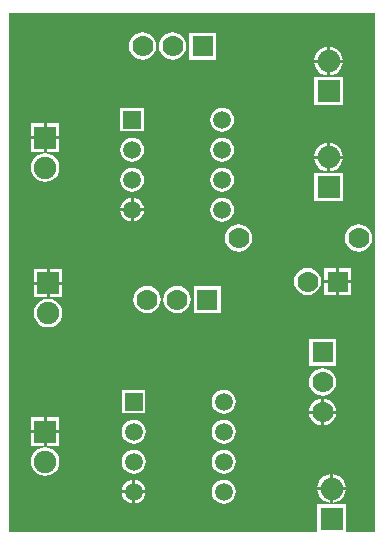
<source format=gtl>
G04 Layer_Physical_Order=1*
G04 Layer_Color=255*
%FSLAX24Y24*%
%MOIN*%
G70*
G01*
G75*
%ADD10C,0.0600*%
%ADD11C,0.0700*%
%ADD12R,0.0700X0.0700*%
%ADD13C,0.0750*%
%ADD14R,0.0750X0.0750*%
%ADD15C,0.0591*%
%ADD16R,0.0591X0.0591*%
%ADD17R,0.0700X0.0700*%
G36*
X43798Y22202D02*
X42825D01*
Y23125D01*
X42384D01*
X42384Y23127D01*
X42316D01*
X42316Y23125D01*
X41875D01*
Y22202D01*
X31602D01*
Y39498D01*
X43798D01*
Y22202D01*
D02*
G37*
%LPC*%
G36*
X42000Y26647D02*
X41933Y26638D01*
X41823Y26593D01*
X41729Y26521D01*
X41657Y26427D01*
X41612Y26317D01*
X41603Y26250D01*
X42000D01*
Y26647D01*
D02*
G37*
G36*
X36145Y26945D02*
X35355D01*
Y26155D01*
X36145D01*
Y26945D01*
D02*
G37*
G36*
X42050Y27654D02*
X41933Y27638D01*
X41823Y27593D01*
X41729Y27521D01*
X41657Y27427D01*
X41612Y27317D01*
X41596Y27200D01*
X41612Y27083D01*
X41657Y26973D01*
X41729Y26879D01*
X41823Y26807D01*
X41933Y26762D01*
X42050Y26746D01*
X42167Y26762D01*
X42277Y26807D01*
X42371Y26879D01*
X42443Y26973D01*
X42488Y27083D01*
X42504Y27200D01*
X42488Y27317D01*
X42443Y27427D01*
X42371Y27521D01*
X42277Y27593D01*
X42167Y27638D01*
X42050Y27654D01*
D02*
G37*
G36*
X42100Y26647D02*
Y26250D01*
X42497D01*
X42488Y26317D01*
X42443Y26427D01*
X42371Y26521D01*
X42277Y26593D01*
X42167Y26638D01*
X42100Y26647D01*
D02*
G37*
G36*
X42000Y26150D02*
X41603D01*
X41612Y26083D01*
X41657Y25973D01*
X41729Y25879D01*
X41823Y25807D01*
X41933Y25762D01*
X42000Y25753D01*
Y26150D01*
D02*
G37*
G36*
X33275Y26025D02*
X32850D01*
Y25600D01*
X33275D01*
Y26025D01*
D02*
G37*
G36*
X38750Y26949D02*
X38647Y26935D01*
X38551Y26895D01*
X38468Y26832D01*
X38405Y26749D01*
X38365Y26653D01*
X38351Y26550D01*
X38365Y26447D01*
X38405Y26351D01*
X38468Y26268D01*
X38551Y26205D01*
X38647Y26165D01*
X38750Y26151D01*
X38853Y26165D01*
X38949Y26205D01*
X39032Y26268D01*
X39095Y26351D01*
X39135Y26447D01*
X39149Y26550D01*
X39135Y26653D01*
X39095Y26749D01*
X39032Y26832D01*
X38949Y26895D01*
X38853Y26935D01*
X38750Y26949D01*
D02*
G37*
G36*
X42497Y26150D02*
X42100D01*
Y25753D01*
X42167Y25762D01*
X42277Y25807D01*
X42371Y25879D01*
X42443Y25973D01*
X42488Y26083D01*
X42497Y26150D01*
D02*
G37*
G36*
X42500Y28650D02*
X41600D01*
Y27750D01*
X42500D01*
Y28650D01*
D02*
G37*
G36*
X33375Y30450D02*
X32950D01*
Y30025D01*
X33375D01*
Y30450D01*
D02*
G37*
G36*
X32850D02*
X32425D01*
Y30025D01*
X32850D01*
Y30450D01*
D02*
G37*
G36*
X42500Y30500D02*
X42100D01*
Y30100D01*
X42500D01*
Y30500D01*
D02*
G37*
G36*
X41550Y31004D02*
X41433Y30988D01*
X41323Y30943D01*
X41229Y30871D01*
X41157Y30777D01*
X41112Y30667D01*
X41096Y30550D01*
X41112Y30433D01*
X41157Y30323D01*
X41229Y30229D01*
X41323Y30157D01*
X41433Y30112D01*
X41550Y30096D01*
X41667Y30112D01*
X41777Y30157D01*
X41871Y30229D01*
X41943Y30323D01*
X41988Y30433D01*
X42004Y30550D01*
X41988Y30667D01*
X41943Y30777D01*
X41871Y30871D01*
X41777Y30943D01*
X41667Y30988D01*
X41550Y31004D01*
D02*
G37*
G36*
X36200Y30404D02*
X36083Y30388D01*
X35973Y30343D01*
X35879Y30271D01*
X35807Y30177D01*
X35762Y30067D01*
X35746Y29950D01*
X35762Y29833D01*
X35807Y29723D01*
X35879Y29629D01*
X35973Y29557D01*
X36083Y29512D01*
X36200Y29496D01*
X36317Y29512D01*
X36427Y29557D01*
X36521Y29629D01*
X36593Y29723D01*
X36638Y29833D01*
X36654Y29950D01*
X36638Y30067D01*
X36593Y30177D01*
X36521Y30271D01*
X36427Y30343D01*
X36317Y30388D01*
X36200Y30404D01*
D02*
G37*
G36*
X32900Y29979D02*
X32869Y29975D01*
X32869Y29975D01*
X32776Y29963D01*
X32660Y29915D01*
X32561Y29839D01*
X32485Y29740D01*
X32437Y29624D01*
X32421Y29500D01*
X32437Y29376D01*
X32485Y29260D01*
X32561Y29161D01*
X32660Y29085D01*
X32776Y29037D01*
X32900Y29021D01*
X33024Y29037D01*
X33140Y29085D01*
X33239Y29161D01*
X33315Y29260D01*
X33363Y29376D01*
X33379Y29500D01*
X33363Y29624D01*
X33315Y29740D01*
X33239Y29839D01*
X33140Y29915D01*
X33024Y29963D01*
X32931Y29975D01*
X32931Y29975D01*
X32900Y29979D01*
D02*
G37*
G36*
X38650Y30400D02*
X37750D01*
Y29500D01*
X38650D01*
Y30400D01*
D02*
G37*
G36*
X37200Y30404D02*
X37083Y30388D01*
X36973Y30343D01*
X36879Y30271D01*
X36807Y30177D01*
X36762Y30067D01*
X36746Y29950D01*
X36762Y29833D01*
X36807Y29723D01*
X36879Y29629D01*
X36973Y29557D01*
X37083Y29512D01*
X37200Y29496D01*
X37317Y29512D01*
X37427Y29557D01*
X37521Y29629D01*
X37593Y29723D01*
X37638Y29833D01*
X37654Y29950D01*
X37638Y30067D01*
X37593Y30177D01*
X37521Y30271D01*
X37427Y30343D01*
X37317Y30388D01*
X37200Y30404D01*
D02*
G37*
G36*
X35700Y23942D02*
X35647Y23935D01*
X35551Y23895D01*
X35468Y23832D01*
X35405Y23749D01*
X35365Y23653D01*
X35358Y23600D01*
X35700D01*
Y23942D01*
D02*
G37*
G36*
X42823Y23600D02*
X42400D01*
Y23177D01*
X42474Y23187D01*
X42590Y23235D01*
X42689Y23311D01*
X42765Y23410D01*
X42813Y23526D01*
X42823Y23600D01*
D02*
G37*
G36*
X42300Y24123D02*
X42226Y24113D01*
X42110Y24065D01*
X42011Y23989D01*
X41935Y23890D01*
X41887Y23774D01*
X41877Y23700D01*
X42300D01*
Y24123D01*
D02*
G37*
G36*
X35800Y23942D02*
Y23600D01*
X36142D01*
X36135Y23653D01*
X36095Y23749D01*
X36032Y23832D01*
X35949Y23895D01*
X35853Y23935D01*
X35800Y23942D01*
D02*
G37*
G36*
X35700Y23500D02*
X35358D01*
X35365Y23447D01*
X35405Y23351D01*
X35468Y23268D01*
X35551Y23205D01*
X35647Y23165D01*
X35700Y23158D01*
Y23500D01*
D02*
G37*
G36*
X38750Y23949D02*
X38647Y23935D01*
X38551Y23895D01*
X38468Y23832D01*
X38405Y23749D01*
X38365Y23653D01*
X38351Y23550D01*
X38365Y23447D01*
X38405Y23351D01*
X38468Y23268D01*
X38551Y23205D01*
X38647Y23165D01*
X38750Y23151D01*
X38853Y23165D01*
X38949Y23205D01*
X39032Y23268D01*
X39095Y23351D01*
X39135Y23447D01*
X39149Y23550D01*
X39135Y23653D01*
X39095Y23749D01*
X39032Y23832D01*
X38949Y23895D01*
X38853Y23935D01*
X38750Y23949D01*
D02*
G37*
G36*
X42300Y23600D02*
X41877D01*
X41887Y23526D01*
X41935Y23410D01*
X42011Y23311D01*
X42110Y23235D01*
X42226Y23187D01*
X42300Y23177D01*
Y23600D01*
D02*
G37*
G36*
X36142Y23500D02*
X35800D01*
Y23158D01*
X35853Y23165D01*
X35949Y23205D01*
X36032Y23268D01*
X36095Y23351D01*
X36135Y23447D01*
X36142Y23500D01*
D02*
G37*
G36*
X42400Y24123D02*
Y23700D01*
X42823D01*
X42813Y23774D01*
X42765Y23890D01*
X42689Y23989D01*
X42590Y24065D01*
X42474Y24113D01*
X42400Y24123D01*
D02*
G37*
G36*
X35750Y25949D02*
X35647Y25935D01*
X35551Y25895D01*
X35468Y25832D01*
X35405Y25749D01*
X35365Y25653D01*
X35351Y25550D01*
X35365Y25447D01*
X35405Y25351D01*
X35468Y25268D01*
X35551Y25205D01*
X35647Y25165D01*
X35750Y25151D01*
X35853Y25165D01*
X35949Y25205D01*
X36032Y25268D01*
X36095Y25351D01*
X36135Y25447D01*
X36149Y25550D01*
X36135Y25653D01*
X36095Y25749D01*
X36032Y25832D01*
X35949Y25895D01*
X35853Y25935D01*
X35750Y25949D01*
D02*
G37*
G36*
X33275Y25500D02*
X32850D01*
Y25075D01*
X33275D01*
Y25500D01*
D02*
G37*
G36*
X32750Y26025D02*
X32325D01*
Y25600D01*
X32750D01*
Y26025D01*
D02*
G37*
G36*
X38750Y25949D02*
X38647Y25935D01*
X38551Y25895D01*
X38468Y25832D01*
X38405Y25749D01*
X38365Y25653D01*
X38351Y25550D01*
X38365Y25447D01*
X38405Y25351D01*
X38468Y25268D01*
X38551Y25205D01*
X38647Y25165D01*
X38750Y25151D01*
X38853Y25165D01*
X38949Y25205D01*
X39032Y25268D01*
X39095Y25351D01*
X39135Y25447D01*
X39149Y25550D01*
X39135Y25653D01*
X39095Y25749D01*
X39032Y25832D01*
X38949Y25895D01*
X38853Y25935D01*
X38750Y25949D01*
D02*
G37*
G36*
X35750Y24949D02*
X35647Y24935D01*
X35551Y24895D01*
X35468Y24832D01*
X35405Y24749D01*
X35365Y24653D01*
X35351Y24550D01*
X35365Y24447D01*
X35405Y24351D01*
X35468Y24268D01*
X35551Y24205D01*
X35647Y24165D01*
X35750Y24151D01*
X35853Y24165D01*
X35949Y24205D01*
X36032Y24268D01*
X36095Y24351D01*
X36135Y24447D01*
X36149Y24550D01*
X36135Y24653D01*
X36095Y24749D01*
X36032Y24832D01*
X35949Y24895D01*
X35853Y24935D01*
X35750Y24949D01*
D02*
G37*
G36*
X32800Y25029D02*
X32769Y25025D01*
X32769Y25025D01*
X32676Y25013D01*
X32560Y24965D01*
X32461Y24889D01*
X32385Y24790D01*
X32337Y24674D01*
X32321Y24550D01*
X32337Y24426D01*
X32385Y24310D01*
X32461Y24211D01*
X32560Y24135D01*
X32676Y24087D01*
X32800Y24071D01*
X32924Y24087D01*
X33040Y24135D01*
X33139Y24211D01*
X33215Y24310D01*
X33263Y24426D01*
X33279Y24550D01*
X33263Y24674D01*
X33215Y24790D01*
X33139Y24889D01*
X33040Y24965D01*
X32924Y25013D01*
X32831Y25025D01*
X32831Y25025D01*
X32800Y25029D01*
D02*
G37*
G36*
X32750Y25500D02*
X32325D01*
Y25075D01*
X32750D01*
Y25500D01*
D02*
G37*
G36*
X38750Y24949D02*
X38647Y24935D01*
X38551Y24895D01*
X38468Y24832D01*
X38405Y24749D01*
X38365Y24653D01*
X38351Y24550D01*
X38365Y24447D01*
X38405Y24351D01*
X38468Y24268D01*
X38551Y24205D01*
X38647Y24165D01*
X38750Y24151D01*
X38853Y24165D01*
X38949Y24205D01*
X39032Y24268D01*
X39095Y24351D01*
X39135Y24447D01*
X39149Y24550D01*
X39135Y24653D01*
X39095Y24749D01*
X39032Y24832D01*
X38949Y24895D01*
X38853Y24935D01*
X38750Y24949D01*
D02*
G37*
G36*
X43000Y30500D02*
X42600D01*
Y30100D01*
X43000D01*
Y30500D01*
D02*
G37*
G36*
X32750Y35825D02*
X32325D01*
Y35400D01*
X32750D01*
Y35825D01*
D02*
G37*
G36*
X33275Y35300D02*
X32850D01*
Y34875D01*
X33275D01*
Y35300D01*
D02*
G37*
G36*
X38700Y36349D02*
X38597Y36335D01*
X38501Y36295D01*
X38418Y36232D01*
X38355Y36149D01*
X38315Y36053D01*
X38301Y35950D01*
X38315Y35847D01*
X38355Y35751D01*
X38418Y35668D01*
X38501Y35605D01*
X38597Y35565D01*
X38700Y35551D01*
X38803Y35565D01*
X38899Y35605D01*
X38982Y35668D01*
X39045Y35751D01*
X39085Y35847D01*
X39099Y35950D01*
X39085Y36053D01*
X39045Y36149D01*
X38982Y36232D01*
X38899Y36295D01*
X38803Y36335D01*
X38700Y36349D01*
D02*
G37*
G36*
X33275Y35825D02*
X32850D01*
Y35400D01*
X33275D01*
Y35825D01*
D02*
G37*
G36*
X42200Y35173D02*
X42126Y35163D01*
X42010Y35115D01*
X41911Y35039D01*
X41835Y34940D01*
X41787Y34824D01*
X41777Y34750D01*
X42200D01*
Y35173D01*
D02*
G37*
G36*
X38700Y35349D02*
X38597Y35335D01*
X38501Y35295D01*
X38418Y35232D01*
X38355Y35149D01*
X38315Y35053D01*
X38301Y34950D01*
X38315Y34847D01*
X38355Y34751D01*
X38418Y34668D01*
X38501Y34605D01*
X38597Y34565D01*
X38700Y34551D01*
X38803Y34565D01*
X38899Y34605D01*
X38982Y34668D01*
X39045Y34751D01*
X39085Y34847D01*
X39099Y34950D01*
X39085Y35053D01*
X39045Y35149D01*
X38982Y35232D01*
X38899Y35295D01*
X38803Y35335D01*
X38700Y35349D01*
D02*
G37*
G36*
X32750Y35300D02*
X32325D01*
Y34875D01*
X32750D01*
Y35300D01*
D02*
G37*
G36*
X42300Y35173D02*
Y34750D01*
X42723D01*
X42713Y34824D01*
X42665Y34940D01*
X42589Y35039D01*
X42490Y35115D01*
X42374Y35163D01*
X42300Y35173D01*
D02*
G37*
G36*
X36095Y36345D02*
X35305D01*
Y35555D01*
X36095D01*
Y36345D01*
D02*
G37*
G36*
X38500Y38850D02*
X37600D01*
Y37950D01*
X38500D01*
Y38850D01*
D02*
G37*
G36*
X37050Y38854D02*
X36933Y38838D01*
X36823Y38793D01*
X36729Y38721D01*
X36657Y38627D01*
X36612Y38517D01*
X36596Y38400D01*
X36612Y38283D01*
X36657Y38173D01*
X36729Y38079D01*
X36823Y38007D01*
X36933Y37962D01*
X37050Y37946D01*
X37167Y37962D01*
X37277Y38007D01*
X37371Y38079D01*
X37443Y38173D01*
X37488Y38283D01*
X37504Y38400D01*
X37488Y38517D01*
X37443Y38627D01*
X37371Y38721D01*
X37277Y38793D01*
X37167Y38838D01*
X37050Y38854D01*
D02*
G37*
G36*
X42300Y38373D02*
Y37950D01*
X42723D01*
X42713Y38024D01*
X42665Y38140D01*
X42589Y38239D01*
X42490Y38315D01*
X42374Y38363D01*
X42300Y38373D01*
D02*
G37*
G36*
X42200D02*
X42126Y38363D01*
X42010Y38315D01*
X41911Y38239D01*
X41835Y38140D01*
X41787Y38024D01*
X41777Y37950D01*
X42200D01*
Y38373D01*
D02*
G37*
G36*
Y37850D02*
X41777D01*
X41787Y37776D01*
X41835Y37660D01*
X41911Y37561D01*
X42010Y37485D01*
X42126Y37437D01*
X42200Y37427D01*
Y37850D01*
D02*
G37*
G36*
X42284Y37377D02*
X42216D01*
X42216Y37375D01*
X41775D01*
Y36425D01*
X42725D01*
Y37375D01*
X42284D01*
X42284Y37377D01*
D02*
G37*
G36*
X36050Y38854D02*
X35933Y38838D01*
X35823Y38793D01*
X35729Y38721D01*
X35657Y38627D01*
X35612Y38517D01*
X35596Y38400D01*
X35612Y38283D01*
X35657Y38173D01*
X35729Y38079D01*
X35823Y38007D01*
X35933Y37962D01*
X36050Y37946D01*
X36167Y37962D01*
X36277Y38007D01*
X36371Y38079D01*
X36443Y38173D01*
X36488Y38283D01*
X36504Y38400D01*
X36488Y38517D01*
X36443Y38627D01*
X36371Y38721D01*
X36277Y38793D01*
X36167Y38838D01*
X36050Y38854D01*
D02*
G37*
G36*
X42723Y37850D02*
X42300D01*
Y37427D01*
X42374Y37437D01*
X42490Y37485D01*
X42589Y37561D01*
X42665Y37660D01*
X42713Y37776D01*
X42723Y37850D01*
D02*
G37*
G36*
X35700Y35349D02*
X35597Y35335D01*
X35501Y35295D01*
X35418Y35232D01*
X35355Y35149D01*
X35315Y35053D01*
X35301Y34950D01*
X35315Y34847D01*
X35355Y34751D01*
X35418Y34668D01*
X35501Y34605D01*
X35597Y34565D01*
X35700Y34551D01*
X35803Y34565D01*
X35899Y34605D01*
X35982Y34668D01*
X36045Y34751D01*
X36085Y34847D01*
X36099Y34950D01*
X36085Y35053D01*
X36045Y35149D01*
X35982Y35232D01*
X35899Y35295D01*
X35803Y35335D01*
X35700Y35349D01*
D02*
G37*
G36*
X43250Y32454D02*
X43133Y32438D01*
X43023Y32393D01*
X42929Y32321D01*
X42857Y32227D01*
X42812Y32117D01*
X42796Y32000D01*
X42812Y31883D01*
X42857Y31773D01*
X42929Y31679D01*
X43023Y31607D01*
X43133Y31562D01*
X43250Y31546D01*
X43367Y31562D01*
X43477Y31607D01*
X43571Y31679D01*
X43643Y31773D01*
X43688Y31883D01*
X43704Y32000D01*
X43688Y32117D01*
X43643Y32227D01*
X43571Y32321D01*
X43477Y32393D01*
X43367Y32438D01*
X43250Y32454D01*
D02*
G37*
G36*
X39250D02*
X39133Y32438D01*
X39023Y32393D01*
X38929Y32321D01*
X38857Y32227D01*
X38812Y32117D01*
X38796Y32000D01*
X38812Y31883D01*
X38857Y31773D01*
X38929Y31679D01*
X39023Y31607D01*
X39133Y31562D01*
X39250Y31546D01*
X39367Y31562D01*
X39477Y31607D01*
X39571Y31679D01*
X39643Y31773D01*
X39688Y31883D01*
X39704Y32000D01*
X39688Y32117D01*
X39643Y32227D01*
X39571Y32321D01*
X39477Y32393D01*
X39367Y32438D01*
X39250Y32454D01*
D02*
G37*
G36*
X35650Y32900D02*
X35308D01*
X35315Y32847D01*
X35355Y32751D01*
X35418Y32668D01*
X35501Y32605D01*
X35597Y32565D01*
X35650Y32558D01*
Y32900D01*
D02*
G37*
G36*
X38700Y33349D02*
X38597Y33335D01*
X38501Y33295D01*
X38418Y33232D01*
X38355Y33149D01*
X38315Y33053D01*
X38301Y32950D01*
X38315Y32847D01*
X38355Y32751D01*
X38418Y32668D01*
X38501Y32605D01*
X38597Y32565D01*
X38700Y32551D01*
X38803Y32565D01*
X38899Y32605D01*
X38982Y32668D01*
X39045Y32751D01*
X39085Y32847D01*
X39099Y32950D01*
X39085Y33053D01*
X39045Y33149D01*
X38982Y33232D01*
X38899Y33295D01*
X38803Y33335D01*
X38700Y33349D01*
D02*
G37*
G36*
X33375Y30975D02*
X32950D01*
Y30550D01*
X33375D01*
Y30975D01*
D02*
G37*
G36*
X32850D02*
X32425D01*
Y30550D01*
X32850D01*
Y30975D01*
D02*
G37*
G36*
X43000Y31000D02*
X42600D01*
Y30600D01*
X43000D01*
Y31000D01*
D02*
G37*
G36*
X42500D02*
X42100D01*
Y30600D01*
X42500D01*
Y31000D01*
D02*
G37*
G36*
X36092Y32900D02*
X35750D01*
Y32558D01*
X35803Y32565D01*
X35899Y32605D01*
X35982Y32668D01*
X36045Y32751D01*
X36085Y32847D01*
X36092Y32900D01*
D02*
G37*
G36*
X32800Y34829D02*
X32769Y34825D01*
X32769Y34825D01*
X32676Y34813D01*
X32560Y34765D01*
X32461Y34689D01*
X32385Y34590D01*
X32337Y34474D01*
X32321Y34350D01*
X32337Y34226D01*
X32385Y34110D01*
X32461Y34011D01*
X32560Y33935D01*
X32676Y33887D01*
X32800Y33871D01*
X32924Y33887D01*
X33040Y33935D01*
X33139Y34011D01*
X33215Y34110D01*
X33263Y34226D01*
X33279Y34350D01*
X33263Y34474D01*
X33215Y34590D01*
X33139Y34689D01*
X33040Y34765D01*
X32924Y34813D01*
X32831Y34825D01*
X32831Y34825D01*
X32800Y34829D01*
D02*
G37*
G36*
X38700Y34349D02*
X38597Y34335D01*
X38501Y34295D01*
X38418Y34232D01*
X38355Y34149D01*
X38315Y34053D01*
X38301Y33950D01*
X38315Y33847D01*
X38355Y33751D01*
X38418Y33668D01*
X38501Y33605D01*
X38597Y33565D01*
X38700Y33551D01*
X38803Y33565D01*
X38899Y33605D01*
X38982Y33668D01*
X39045Y33751D01*
X39085Y33847D01*
X39099Y33950D01*
X39085Y34053D01*
X39045Y34149D01*
X38982Y34232D01*
X38899Y34295D01*
X38803Y34335D01*
X38700Y34349D01*
D02*
G37*
G36*
X42723Y34650D02*
X42300D01*
Y34227D01*
X42374Y34237D01*
X42490Y34285D01*
X42589Y34361D01*
X42665Y34460D01*
X42713Y34576D01*
X42723Y34650D01*
D02*
G37*
G36*
X42200D02*
X41777D01*
X41787Y34576D01*
X41835Y34460D01*
X41911Y34361D01*
X42010Y34285D01*
X42126Y34237D01*
X42200Y34227D01*
Y34650D01*
D02*
G37*
G36*
X35750Y33342D02*
Y33000D01*
X36092D01*
X36085Y33053D01*
X36045Y33149D01*
X35982Y33232D01*
X35899Y33295D01*
X35803Y33335D01*
X35750Y33342D01*
D02*
G37*
G36*
X35650D02*
X35597Y33335D01*
X35501Y33295D01*
X35418Y33232D01*
X35355Y33149D01*
X35315Y33053D01*
X35308Y33000D01*
X35650D01*
Y33342D01*
D02*
G37*
G36*
X35700Y34349D02*
X35597Y34335D01*
X35501Y34295D01*
X35418Y34232D01*
X35355Y34149D01*
X35315Y34053D01*
X35301Y33950D01*
X35315Y33847D01*
X35355Y33751D01*
X35418Y33668D01*
X35501Y33605D01*
X35597Y33565D01*
X35700Y33551D01*
X35803Y33565D01*
X35899Y33605D01*
X35982Y33668D01*
X36045Y33751D01*
X36085Y33847D01*
X36099Y33950D01*
X36085Y34053D01*
X36045Y34149D01*
X35982Y34232D01*
X35899Y34295D01*
X35803Y34335D01*
X35700Y34349D01*
D02*
G37*
G36*
X42284Y34177D02*
X42216D01*
X42216Y34175D01*
X41775D01*
Y33225D01*
X42725D01*
Y34175D01*
X42284D01*
X42284Y34177D01*
D02*
G37*
%LPD*%
D10*
X43200Y38950D02*
D03*
X32400Y22900D02*
D03*
X32450Y38700D02*
D03*
D11*
X42050Y27200D02*
D03*
Y26200D02*
D03*
X41550Y30550D02*
D03*
X37200Y29950D02*
D03*
X36200D02*
D03*
X43250Y32000D02*
D03*
X39250D02*
D03*
X37050Y38400D02*
D03*
X36050D02*
D03*
D12*
X42050Y28200D02*
D03*
X42550Y30550D02*
D03*
D13*
X32800Y24550D02*
D03*
X42350Y23650D02*
D03*
X32900Y29500D02*
D03*
X32800Y34350D02*
D03*
X42250Y34700D02*
D03*
Y37900D02*
D03*
D14*
X32800Y25550D02*
D03*
X42350Y22650D02*
D03*
X32900Y30500D02*
D03*
X32800Y35350D02*
D03*
X42250Y33700D02*
D03*
Y36900D02*
D03*
D15*
X38750Y23550D02*
D03*
Y24550D02*
D03*
Y25550D02*
D03*
Y26550D02*
D03*
X35750Y23550D02*
D03*
Y24550D02*
D03*
Y25550D02*
D03*
X38700Y32950D02*
D03*
Y33950D02*
D03*
Y34950D02*
D03*
Y35950D02*
D03*
X35700Y32950D02*
D03*
Y33950D02*
D03*
Y34950D02*
D03*
D16*
X35750Y26550D02*
D03*
X35700Y35950D02*
D03*
D17*
X38200Y29950D02*
D03*
X38050Y38400D02*
D03*
M02*

</source>
